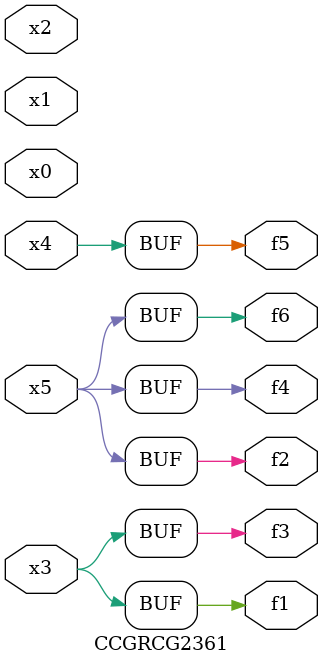
<source format=v>
module CCGRCG2361(
	input x0, x1, x2, x3, x4, x5,
	output f1, f2, f3, f4, f5, f6
);
	assign f1 = x3;
	assign f2 = x5;
	assign f3 = x3;
	assign f4 = x5;
	assign f5 = x4;
	assign f6 = x5;
endmodule

</source>
